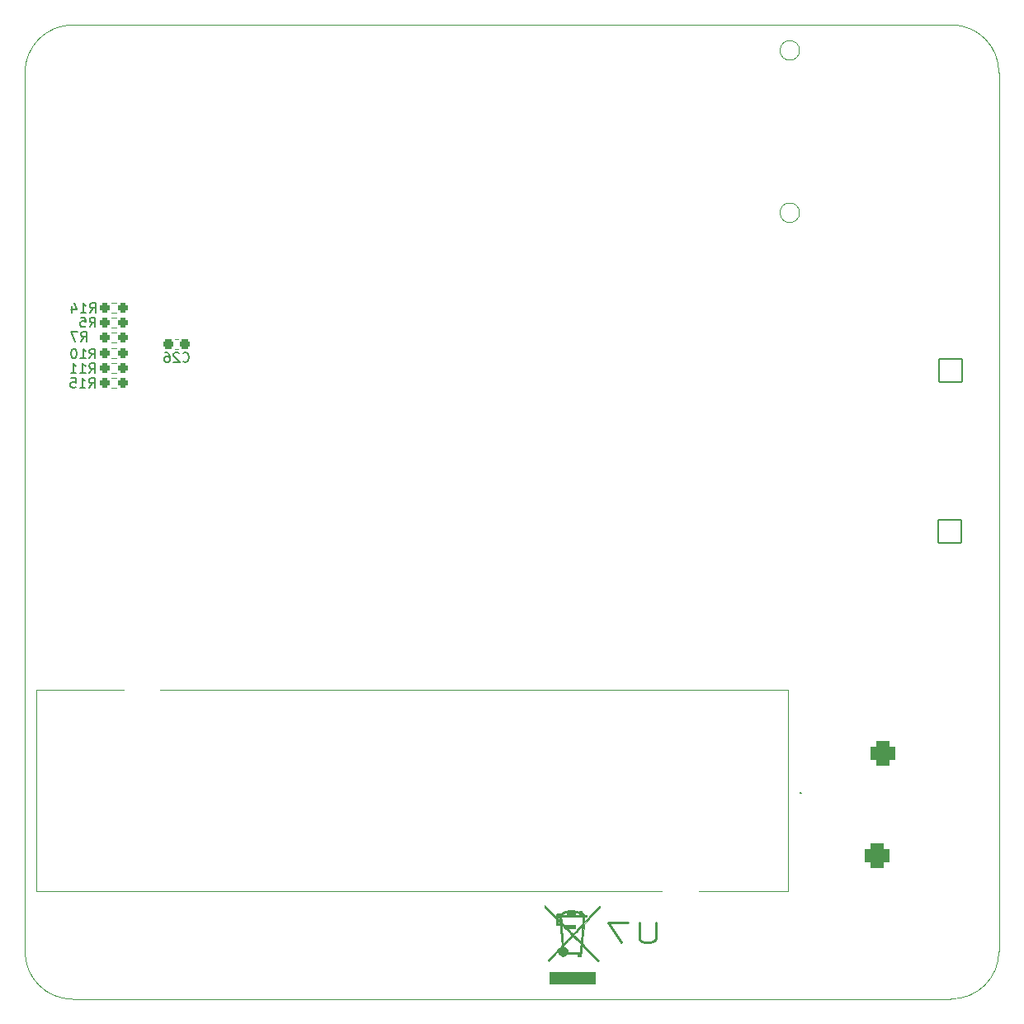
<source format=gbr>
%TF.GenerationSoftware,KiCad,Pcbnew,(6.0.5)*%
%TF.CreationDate,2022-06-30T10:31:42+03:00*%
%TF.ProjectId,test_project_01,74657374-5f70-4726-9f6a-6563745f3031,rev?*%
%TF.SameCoordinates,Original*%
%TF.FileFunction,Legend,Bot*%
%TF.FilePolarity,Positive*%
%FSLAX46Y46*%
G04 Gerber Fmt 4.6, Leading zero omitted, Abs format (unit mm)*
G04 Created by KiCad (PCBNEW (6.0.5)) date 2022-06-30 10:31:42*
%MOMM*%
%LPD*%
G01*
G04 APERTURE LIST*
G04 Aperture macros list*
%AMRoundRect*
0 Rectangle with rounded corners*
0 $1 Rounding radius*
0 $2 $3 $4 $5 $6 $7 $8 $9 X,Y pos of 4 corners*
0 Add a 4 corners polygon primitive as box body*
4,1,4,$2,$3,$4,$5,$6,$7,$8,$9,$2,$3,0*
0 Add four circle primitives for the rounded corners*
1,1,$1+$1,$2,$3*
1,1,$1+$1,$4,$5*
1,1,$1+$1,$6,$7*
1,1,$1+$1,$8,$9*
0 Add four rect primitives between the rounded corners*
20,1,$1+$1,$2,$3,$4,$5,0*
20,1,$1+$1,$4,$5,$6,$7,0*
20,1,$1+$1,$6,$7,$8,$9,0*
20,1,$1+$1,$8,$9,$2,$3,0*%
G04 Aperture macros list end*
%TA.AperFunction,Profile*%
%ADD10C,0.100000*%
%TD*%
%ADD11C,0.254000*%
%ADD12C,0.150000*%
%TA.AperFunction,Profile*%
%ADD13C,0.120000*%
%TD*%
%ADD14C,0.010000*%
%ADD15C,0.100000*%
%ADD16C,0.200000*%
%ADD17C,0.120000*%
%ADD18R,2.000000X5.500000*%
%ADD19R,5.000000X1.800000*%
%ADD20C,1.440000*%
%ADD21R,1.700000X1.700000*%
%ADD22O,1.700000X1.700000*%
%ADD23C,1.300000*%
%ADD24C,1.710000*%
%ADD25C,3.810000*%
%ADD26C,2.700000*%
%ADD27C,1.524000*%
%ADD28R,1.500000X1.600000*%
%ADD29C,1.600000*%
%ADD30C,3.000000*%
%ADD31RoundRect,0.650000X0.650000X-0.650000X0.650000X0.650000X-0.650000X0.650000X-0.650000X-0.650000X0*%
%ADD32C,2.600000*%
%ADD33RoundRect,0.101600X-1.206500X1.206500X-1.206500X-1.206500X1.206500X-1.206500X1.206500X1.206500X0*%
%ADD34C,2.616200*%
%ADD35C,3.200000*%
%ADD36C,2.800000*%
%ADD37C,1.500000*%
%ADD38R,1.800000X4.400000*%
%ADD39O,1.800000X4.000000*%
%ADD40O,4.000000X1.800000*%
%ADD41R,2.400000X2.400000*%
%ADD42O,2.400000X2.400000*%
%ADD43C,0.900000*%
%ADD44R,1.600000X1.600000*%
%ADD45C,1.530000*%
%ADD46C,3.600000*%
%ADD47R,1.950000X1.950000*%
%ADD48C,1.950000*%
%ADD49C,2.400000*%
%ADD50C,1.980000*%
%ADD51C,5.325000*%
%ADD52C,3.585000*%
%ADD53RoundRect,0.237500X0.250000X0.237500X-0.250000X0.237500X-0.250000X-0.237500X0.250000X-0.237500X0*%
%ADD54RoundRect,0.237500X-0.300000X-0.237500X0.300000X-0.237500X0.300000X0.237500X-0.300000X0.237500X0*%
G04 APERTURE END LIST*
D10*
X54944997Y-50017243D02*
X145105552Y-50016884D01*
X50038000Y-145054603D02*
X50016884Y-54944848D01*
X145034000Y-149961600D02*
X54894048Y-149982716D01*
X149961600Y-145105552D02*
X149961600Y-54944997D01*
X145034000Y-149961600D02*
G75*
G03*
X149961600Y-145105552I70785J4856299D01*
G01*
X50037998Y-145054603D02*
G75*
G03*
X54894048Y-149982716I4856297J-71293D01*
G01*
X54944997Y-50017243D02*
G75*
G03*
X50016884Y-54944848I-254J-4927859D01*
G01*
X149961599Y-54944997D02*
G75*
G03*
X145105552Y-50016884I-4856299J71291D01*
G01*
D11*
%TO.C,U7*%
X114756914Y-142160761D02*
X114756914Y-143779809D01*
X114614057Y-143970285D01*
X114471200Y-144065523D01*
X114185485Y-144160761D01*
X113614057Y-144160761D01*
X113328342Y-144065523D01*
X113185485Y-143970285D01*
X113042628Y-143779809D01*
X113042628Y-142160761D01*
X111899771Y-142160761D02*
X109899771Y-142160761D01*
X111185485Y-144160761D01*
D12*
%TO.C,R11*%
X56624457Y-85745580D02*
X56957790Y-85269390D01*
X57195885Y-85745580D02*
X57195885Y-84745580D01*
X56814933Y-84745580D01*
X56719695Y-84793200D01*
X56672076Y-84840819D01*
X56624457Y-84936057D01*
X56624457Y-85078914D01*
X56672076Y-85174152D01*
X56719695Y-85221771D01*
X56814933Y-85269390D01*
X57195885Y-85269390D01*
X55672076Y-85745580D02*
X56243504Y-85745580D01*
X55957790Y-85745580D02*
X55957790Y-84745580D01*
X56053028Y-84888438D01*
X56148266Y-84983676D01*
X56243504Y-85031295D01*
X54719695Y-85745580D02*
X55291123Y-85745580D01*
X55005409Y-85745580D02*
X55005409Y-84745580D01*
X55100647Y-84888438D01*
X55195885Y-84983676D01*
X55291123Y-85031295D01*
%TO.C,R10*%
X56649857Y-84246980D02*
X56983190Y-83770790D01*
X57221285Y-84246980D02*
X57221285Y-83246980D01*
X56840333Y-83246980D01*
X56745095Y-83294600D01*
X56697476Y-83342219D01*
X56649857Y-83437457D01*
X56649857Y-83580314D01*
X56697476Y-83675552D01*
X56745095Y-83723171D01*
X56840333Y-83770790D01*
X57221285Y-83770790D01*
X55697476Y-84246980D02*
X56268904Y-84246980D01*
X55983190Y-84246980D02*
X55983190Y-83246980D01*
X56078428Y-83389838D01*
X56173666Y-83485076D01*
X56268904Y-83532695D01*
X55078428Y-83246980D02*
X54983190Y-83246980D01*
X54887952Y-83294600D01*
X54840333Y-83342219D01*
X54792714Y-83437457D01*
X54745095Y-83627933D01*
X54745095Y-83866028D01*
X54792714Y-84056504D01*
X54840333Y-84151742D01*
X54887952Y-84199361D01*
X54983190Y-84246980D01*
X55078428Y-84246980D01*
X55173666Y-84199361D01*
X55221285Y-84151742D01*
X55268904Y-84056504D01*
X55316523Y-83866028D01*
X55316523Y-83627933D01*
X55268904Y-83437457D01*
X55221285Y-83342219D01*
X55173666Y-83294600D01*
X55078428Y-83246980D01*
%TO.C,R5*%
X56656266Y-81021180D02*
X56989600Y-80544990D01*
X57227695Y-81021180D02*
X57227695Y-80021180D01*
X56846742Y-80021180D01*
X56751504Y-80068800D01*
X56703885Y-80116419D01*
X56656266Y-80211657D01*
X56656266Y-80354514D01*
X56703885Y-80449752D01*
X56751504Y-80497371D01*
X56846742Y-80544990D01*
X57227695Y-80544990D01*
X55751504Y-80021180D02*
X56227695Y-80021180D01*
X56275314Y-80497371D01*
X56227695Y-80449752D01*
X56132457Y-80402133D01*
X55894361Y-80402133D01*
X55799123Y-80449752D01*
X55751504Y-80497371D01*
X55703885Y-80592609D01*
X55703885Y-80830704D01*
X55751504Y-80925942D01*
X55799123Y-80973561D01*
X55894361Y-81021180D01*
X56132457Y-81021180D01*
X56227695Y-80973561D01*
X56275314Y-80925942D01*
%TO.C,R14*%
X56675257Y-79547980D02*
X57008590Y-79071790D01*
X57246685Y-79547980D02*
X57246685Y-78547980D01*
X56865733Y-78547980D01*
X56770495Y-78595600D01*
X56722876Y-78643219D01*
X56675257Y-78738457D01*
X56675257Y-78881314D01*
X56722876Y-78976552D01*
X56770495Y-79024171D01*
X56865733Y-79071790D01*
X57246685Y-79071790D01*
X55722876Y-79547980D02*
X56294304Y-79547980D01*
X56008590Y-79547980D02*
X56008590Y-78547980D01*
X56103828Y-78690838D01*
X56199066Y-78786076D01*
X56294304Y-78833695D01*
X54865733Y-78881314D02*
X54865733Y-79547980D01*
X55103828Y-78500361D02*
X55341923Y-79214647D01*
X54722876Y-79214647D01*
%TO.C,R15*%
X56599057Y-87244180D02*
X56932390Y-86767990D01*
X57170485Y-87244180D02*
X57170485Y-86244180D01*
X56789533Y-86244180D01*
X56694295Y-86291800D01*
X56646676Y-86339419D01*
X56599057Y-86434657D01*
X56599057Y-86577514D01*
X56646676Y-86672752D01*
X56694295Y-86720371D01*
X56789533Y-86767990D01*
X57170485Y-86767990D01*
X55646676Y-87244180D02*
X56218104Y-87244180D01*
X55932390Y-87244180D02*
X55932390Y-86244180D01*
X56027628Y-86387038D01*
X56122866Y-86482276D01*
X56218104Y-86529895D01*
X54741914Y-86244180D02*
X55218104Y-86244180D01*
X55265723Y-86720371D01*
X55218104Y-86672752D01*
X55122866Y-86625133D01*
X54884771Y-86625133D01*
X54789533Y-86672752D01*
X54741914Y-86720371D01*
X54694295Y-86815609D01*
X54694295Y-87053704D01*
X54741914Y-87148942D01*
X54789533Y-87196561D01*
X54884771Y-87244180D01*
X55122866Y-87244180D01*
X55218104Y-87196561D01*
X55265723Y-87148942D01*
%TO.C,R7*%
X55767266Y-82519780D02*
X56100600Y-82043590D01*
X56338695Y-82519780D02*
X56338695Y-81519780D01*
X55957742Y-81519780D01*
X55862504Y-81567400D01*
X55814885Y-81615019D01*
X55767266Y-81710257D01*
X55767266Y-81853114D01*
X55814885Y-81948352D01*
X55862504Y-81995971D01*
X55957742Y-82043590D01*
X56338695Y-82043590D01*
X55433933Y-81519780D02*
X54767266Y-81519780D01*
X55195838Y-82519780D01*
%TO.C,C26*%
X66225657Y-84540342D02*
X66273276Y-84587961D01*
X66416133Y-84635580D01*
X66511371Y-84635580D01*
X66654228Y-84587961D01*
X66749466Y-84492723D01*
X66797085Y-84397485D01*
X66844704Y-84207009D01*
X66844704Y-84064152D01*
X66797085Y-83873676D01*
X66749466Y-83778438D01*
X66654228Y-83683200D01*
X66511371Y-83635580D01*
X66416133Y-83635580D01*
X66273276Y-83683200D01*
X66225657Y-83730819D01*
X65844704Y-83730819D02*
X65797085Y-83683200D01*
X65701847Y-83635580D01*
X65463752Y-83635580D01*
X65368514Y-83683200D01*
X65320895Y-83730819D01*
X65273276Y-83826057D01*
X65273276Y-83921295D01*
X65320895Y-84064152D01*
X65892323Y-84635580D01*
X65273276Y-84635580D01*
X64416133Y-83635580D02*
X64606609Y-83635580D01*
X64701847Y-83683200D01*
X64749466Y-83730819D01*
X64844704Y-83873676D01*
X64892323Y-84064152D01*
X64892323Y-84445104D01*
X64844704Y-84540342D01*
X64797085Y-84587961D01*
X64701847Y-84635580D01*
X64511371Y-84635580D01*
X64416133Y-84587961D01*
X64368514Y-84540342D01*
X64320895Y-84445104D01*
X64320895Y-84207009D01*
X64368514Y-84111771D01*
X64416133Y-84064152D01*
X64511371Y-84016533D01*
X64701847Y-84016533D01*
X64797085Y-84064152D01*
X64844704Y-84111771D01*
X64892323Y-84207009D01*
D13*
%TO.C,J4*%
X129501800Y-69291200D02*
G75*
G03*
X129501800Y-69291200I-1000000J0D01*
G01*
X129501800Y-52639200D02*
G75*
G03*
X129501800Y-52639200I-1000000J0D01*
G01*
%TO.C,FID5*%
G36*
X107516445Y-141397683D02*
G01*
X107569141Y-141399126D01*
X107659237Y-141399126D01*
X107659237Y-141549521D01*
X107447228Y-141549521D01*
X107427433Y-141785783D01*
X107424775Y-141818083D01*
X107418583Y-141898940D01*
X107414208Y-141964735D01*
X107412030Y-142009391D01*
X107412426Y-142026833D01*
X107418185Y-142021819D01*
X107444462Y-141995683D01*
X107489888Y-141949358D01*
X107552166Y-141885247D01*
X107628997Y-141805750D01*
X107718080Y-141713269D01*
X107817119Y-141610206D01*
X107923814Y-141498962D01*
X108035865Y-141381938D01*
X108150975Y-141261536D01*
X108266844Y-141140158D01*
X108381174Y-141020204D01*
X108491666Y-140904076D01*
X108596021Y-140794175D01*
X108691940Y-140692904D01*
X108777124Y-140602663D01*
X108849275Y-140525853D01*
X108978194Y-140388139D01*
X108978781Y-140505452D01*
X108979368Y-140622764D01*
X108181286Y-141462085D01*
X107383204Y-142301407D01*
X107367250Y-142492706D01*
X107303419Y-143258128D01*
X107292138Y-143393887D01*
X107278140Y-143563754D01*
X107265220Y-143722105D01*
X107253627Y-143865828D01*
X107243607Y-143991810D01*
X107235407Y-144096938D01*
X107229274Y-144178101D01*
X107225456Y-144232186D01*
X107224199Y-144256080D01*
X107227517Y-144267029D01*
X107242429Y-144290671D01*
X107270709Y-144326303D01*
X107284358Y-144341877D01*
X107313864Y-144375548D01*
X107373399Y-144440028D01*
X107450820Y-144521368D01*
X107547632Y-144621191D01*
X107665342Y-144741120D01*
X107805454Y-144882779D01*
X107897628Y-144975736D01*
X108026119Y-145105395D01*
X108154159Y-145234679D01*
X108277900Y-145359697D01*
X108393492Y-145476559D01*
X108497085Y-145581374D01*
X108584831Y-145670252D01*
X108652881Y-145739302D01*
X108919617Y-146010357D01*
X108871169Y-146060926D01*
X108859743Y-146072319D01*
X108826035Y-146100297D01*
X108802910Y-146111495D01*
X108784805Y-146101935D01*
X108751145Y-146073249D01*
X108710792Y-146032120D01*
X108686230Y-146006142D01*
X108640423Y-145958704D01*
X108575683Y-145892166D01*
X108494295Y-145808863D01*
X108398545Y-145711128D01*
X108290721Y-145601295D01*
X108173108Y-145481696D01*
X108047992Y-145354666D01*
X107917659Y-145222538D01*
X107196831Y-144492332D01*
X107167469Y-144871617D01*
X107161068Y-144952572D01*
X107151721Y-145061393D01*
X107143290Y-145143817D01*
X107135151Y-145204175D01*
X107126679Y-145246800D01*
X107117250Y-145276024D01*
X107106237Y-145296180D01*
X107090825Y-145324350D01*
X107078143Y-145376139D01*
X107074368Y-145450752D01*
X107074368Y-145560047D01*
X106773579Y-145560047D01*
X106773579Y-145326100D01*
X105649832Y-145326100D01*
X105584875Y-145399895D01*
X105567110Y-145419111D01*
X105470831Y-145496312D01*
X105362049Y-145543839D01*
X105244262Y-145560047D01*
X105140327Y-145551454D01*
X105022770Y-145515228D01*
X104922134Y-145450482D01*
X104902520Y-145431978D01*
X104853503Y-145372075D01*
X104810497Y-145302293D01*
X104779658Y-145233509D01*
X104767141Y-145176602D01*
X104766899Y-145168341D01*
X104765099Y-145138071D01*
X104760392Y-145117163D01*
X104750544Y-145107269D01*
X104733323Y-145110044D01*
X104706494Y-145127140D01*
X104667824Y-145160210D01*
X104615080Y-145210907D01*
X104546028Y-145280885D01*
X104458434Y-145371797D01*
X104350065Y-145485295D01*
X104292342Y-145545880D01*
X104195855Y-145647318D01*
X104104568Y-145743489D01*
X104022059Y-145830613D01*
X103951906Y-145904911D01*
X103897685Y-145962603D01*
X103862974Y-145999910D01*
X103768092Y-146103139D01*
X103709449Y-146044652D01*
X103650805Y-145986166D01*
X104376179Y-145225837D01*
X104421916Y-145177863D01*
X104584633Y-145006540D01*
X104724313Y-144858338D01*
X104841373Y-144732798D01*
X104936233Y-144629461D01*
X105003309Y-144554567D01*
X105277947Y-144554567D01*
X105280106Y-144572189D01*
X105280483Y-144574030D01*
X105298480Y-144615771D01*
X105334428Y-144635220D01*
X105445237Y-144676683D01*
X105543963Y-144745756D01*
X105621611Y-144837124D01*
X105674828Y-144946795D01*
X105700258Y-145070773D01*
X105708681Y-145175705D01*
X106970482Y-145175705D01*
X106979280Y-145138106D01*
X106980836Y-145128879D01*
X106985672Y-145087618D01*
X106992271Y-145020904D01*
X107000142Y-144934053D01*
X107008797Y-144832377D01*
X107017743Y-144721192D01*
X107047409Y-144341877D01*
X106647532Y-143935798D01*
X106574187Y-143861561D01*
X106484447Y-143771437D01*
X106403940Y-143691375D01*
X106335488Y-143624142D01*
X106281917Y-143572510D01*
X106246052Y-143539246D01*
X106230715Y-143527121D01*
X106220431Y-143532914D01*
X106189801Y-143559275D01*
X106143705Y-143603309D01*
X106086265Y-143661044D01*
X106021605Y-143728511D01*
X106004738Y-143746404D01*
X105929107Y-143826439D01*
X105838984Y-143921577D01*
X105741155Y-144024667D01*
X105642405Y-144128556D01*
X105549520Y-144226093D01*
X105543940Y-144231946D01*
X105457584Y-144322814D01*
X105391690Y-144393177D01*
X105343651Y-144446383D01*
X105310863Y-144485777D01*
X105290720Y-144514708D01*
X105280616Y-144536522D01*
X105277947Y-144554567D01*
X105003309Y-144554567D01*
X105009311Y-144547866D01*
X105061026Y-144487555D01*
X105091796Y-144448066D01*
X105102040Y-144428942D01*
X105102041Y-144428829D01*
X105100636Y-144404994D01*
X105096531Y-144351567D01*
X105090048Y-144272184D01*
X105081508Y-144170480D01*
X105071233Y-144050093D01*
X105059544Y-143914657D01*
X105046763Y-143767811D01*
X105033212Y-143613190D01*
X105019212Y-143454430D01*
X105005085Y-143295168D01*
X104991153Y-143139041D01*
X104977736Y-142989683D01*
X104965157Y-142850733D01*
X104953738Y-142725826D01*
X104943799Y-142618598D01*
X104935662Y-142532687D01*
X104929650Y-142471727D01*
X104926083Y-142439356D01*
X104918891Y-142385138D01*
X105090573Y-142385138D01*
X105092772Y-142426230D01*
X105097611Y-142495335D01*
X105104848Y-142589470D01*
X105114241Y-142705653D01*
X105125547Y-142840899D01*
X105138523Y-142992227D01*
X105152929Y-143156654D01*
X105168521Y-143331197D01*
X105180710Y-143465806D01*
X105195976Y-143632745D01*
X105210269Y-143787218D01*
X105223305Y-143926249D01*
X105234800Y-144046864D01*
X105244470Y-144146089D01*
X105252030Y-144220948D01*
X105257197Y-144268467D01*
X105259686Y-144285672D01*
X105267236Y-144280342D01*
X105294922Y-144254178D01*
X105339909Y-144209237D01*
X105399100Y-144148791D01*
X105469399Y-144076109D01*
X105547708Y-143994464D01*
X105630930Y-143907126D01*
X105715969Y-143817367D01*
X105799727Y-143728458D01*
X105879107Y-143643670D01*
X105951013Y-143566273D01*
X106012347Y-143499541D01*
X106060013Y-143446742D01*
X106090913Y-143411150D01*
X106099941Y-143398786D01*
X106341574Y-143398786D01*
X106707971Y-143764899D01*
X106797569Y-143854279D01*
X106882013Y-143937920D01*
X106947427Y-144001627D01*
X106996208Y-144047468D01*
X107030753Y-144077509D01*
X107053459Y-144093818D01*
X107066722Y-144098462D01*
X107072940Y-144093508D01*
X107074509Y-144081023D01*
X107075515Y-144060963D01*
X107079140Y-144009312D01*
X107085130Y-143930920D01*
X107093198Y-143829359D01*
X107103055Y-143708202D01*
X107114413Y-143571021D01*
X107126984Y-143421387D01*
X107140480Y-143262871D01*
X107152395Y-143123163D01*
X107164811Y-142976014D01*
X107175943Y-142842405D01*
X107185526Y-142725628D01*
X107193290Y-142628978D01*
X107198969Y-142555745D01*
X107202297Y-142509224D01*
X107203004Y-142492706D01*
X107202444Y-142493016D01*
X107186663Y-142508223D01*
X107151606Y-142543903D01*
X107100363Y-142596820D01*
X107036019Y-142663739D01*
X106961664Y-142741423D01*
X106880385Y-142826636D01*
X106795270Y-142916141D01*
X106709406Y-143006702D01*
X106625881Y-143095083D01*
X106547784Y-143178048D01*
X106478202Y-143252360D01*
X106344141Y-143396034D01*
X106341574Y-143398786D01*
X106099941Y-143398786D01*
X106101951Y-143396034D01*
X106091131Y-143381385D01*
X106059674Y-143346322D01*
X106010503Y-143293865D01*
X105946544Y-143226972D01*
X105870723Y-143148599D01*
X105785967Y-143061703D01*
X105695202Y-142969241D01*
X105601356Y-142874169D01*
X105507354Y-142779445D01*
X105416124Y-142688024D01*
X105330591Y-142602865D01*
X105253683Y-142526923D01*
X105188326Y-142463156D01*
X105137446Y-142414520D01*
X105103970Y-142383972D01*
X105090824Y-142374468D01*
X105090573Y-142385138D01*
X104918891Y-142385138D01*
X104916663Y-142368337D01*
X104551079Y-142368337D01*
X104550870Y-142234652D01*
X104684763Y-142234652D01*
X104793382Y-142234652D01*
X104803045Y-142234644D01*
X104857604Y-142233480D01*
X104887276Y-142228502D01*
X104899571Y-142217077D01*
X104902000Y-142196571D01*
X104891301Y-142166429D01*
X104854654Y-142116287D01*
X104793382Y-142050837D01*
X104684763Y-141943184D01*
X104684763Y-142234652D01*
X104550870Y-142234652D01*
X104550641Y-142088435D01*
X104550204Y-141808534D01*
X103949885Y-141198600D01*
X103349567Y-140588666D01*
X103348744Y-140472937D01*
X103347921Y-140357210D01*
X104067969Y-141087049D01*
X104137564Y-141157544D01*
X104281975Y-141303428D01*
X104405442Y-141427475D01*
X104509560Y-141531211D01*
X104595925Y-141616162D01*
X104666132Y-141683856D01*
X104721776Y-141735819D01*
X104764452Y-141773577D01*
X104795756Y-141798657D01*
X104817282Y-141812586D01*
X104830625Y-141816889D01*
X104853125Y-141815586D01*
X104865756Y-141806068D01*
X104867934Y-141780027D01*
X104862697Y-141729159D01*
X104859086Y-141697133D01*
X104854061Y-141643602D01*
X104852037Y-141608008D01*
X104851045Y-141595738D01*
X104841386Y-141582596D01*
X104814703Y-141578241D01*
X104762902Y-141580142D01*
X104749676Y-141580887D01*
X104696733Y-141580047D01*
X104659073Y-141568413D01*
X104632529Y-141549521D01*
X105008974Y-141549521D01*
X105014504Y-141612185D01*
X105017058Y-141640617D01*
X105025018Y-141718242D01*
X105032861Y-141769369D01*
X105042031Y-141799311D01*
X105053973Y-141813380D01*
X105070129Y-141816889D01*
X105084656Y-141819279D01*
X105094289Y-141830698D01*
X105099672Y-141857245D01*
X105102015Y-141905014D01*
X105102526Y-141980102D01*
X105102526Y-142143315D01*
X105155948Y-142196571D01*
X105286342Y-142326560D01*
X105470158Y-142509806D01*
X105470158Y-142368337D01*
X106472790Y-142368337D01*
X106472790Y-142685837D01*
X105650827Y-142685837D01*
X105929589Y-142974093D01*
X105982984Y-143029148D01*
X106056817Y-143104720D01*
X106120929Y-143169682D01*
X106171961Y-143220660D01*
X106206557Y-143254281D01*
X106221357Y-143267174D01*
X106226983Y-143263618D01*
X106253363Y-143239718D01*
X106298849Y-143195462D01*
X106361012Y-143133308D01*
X106437422Y-143055715D01*
X106525649Y-142965140D01*
X106623262Y-142864041D01*
X106727833Y-142754875D01*
X106832940Y-142644564D01*
X106935974Y-142535846D01*
X107019530Y-142446736D01*
X107085654Y-142374871D01*
X107136387Y-142317889D01*
X107173775Y-142273428D01*
X107199860Y-142239125D01*
X107216687Y-142212617D01*
X107226298Y-142191542D01*
X107230739Y-142173539D01*
X107231916Y-142164769D01*
X107237136Y-142116447D01*
X107243742Y-142045307D01*
X107251008Y-141959461D01*
X107258207Y-141867021D01*
X107260648Y-141834825D01*
X107267701Y-141747836D01*
X107274425Y-141672803D01*
X107280160Y-141616855D01*
X107284240Y-141587120D01*
X107292242Y-141549521D01*
X105008974Y-141549521D01*
X104632529Y-141549521D01*
X104621956Y-141541996D01*
X104615563Y-141536435D01*
X104563285Y-141469087D01*
X104542581Y-141399126D01*
X104995481Y-141399126D01*
X106875306Y-141399126D01*
X107157921Y-141399126D01*
X107233706Y-141399126D01*
X107256412Y-141398966D01*
X107290054Y-141396042D01*
X107299766Y-141386570D01*
X107292227Y-141366867D01*
X107289999Y-141363111D01*
X107264990Y-141334223D01*
X107228757Y-141302163D01*
X107192613Y-141276160D01*
X107167874Y-141265442D01*
X107165650Y-141267136D01*
X107160131Y-141290410D01*
X107157921Y-141332284D01*
X107157921Y-141399126D01*
X106875306Y-141399126D01*
X106870397Y-141278607D01*
X106865487Y-141158088D01*
X106765224Y-141137948D01*
X106714943Y-141128814D01*
X106630975Y-141116025D01*
X106552165Y-141106376D01*
X106439368Y-141094945D01*
X106439368Y-141232021D01*
X105670684Y-141232021D01*
X105670684Y-141111196D01*
X105574599Y-141122665D01*
X105427787Y-141147246D01*
X105280032Y-141191689D01*
X105157814Y-141253662D01*
X105059062Y-141334013D01*
X104995481Y-141399126D01*
X104542581Y-141399126D01*
X104540281Y-141391354D01*
X104547328Y-141309811D01*
X104585203Y-141231034D01*
X104588868Y-141226129D01*
X104639486Y-141183927D01*
X104705474Y-141158965D01*
X104776607Y-141152325D01*
X104842664Y-141165092D01*
X104893419Y-141198350D01*
X104910604Y-141215329D01*
X104927345Y-141219444D01*
X104951318Y-141206715D01*
X104991799Y-141174932D01*
X105004219Y-141165164D01*
X105100111Y-141103511D01*
X105213715Y-141048684D01*
X105306630Y-141014784D01*
X105804368Y-141014784D01*
X105804368Y-141098337D01*
X106305684Y-141098337D01*
X106305684Y-141014784D01*
X105804368Y-141014784D01*
X105306630Y-141014784D01*
X105334453Y-141004633D01*
X105451746Y-140975306D01*
X105555017Y-140964652D01*
X105565988Y-140964568D01*
X105626970Y-140958631D01*
X105660460Y-140941985D01*
X105670684Y-140912733D01*
X105671885Y-140903517D01*
X105678449Y-140895591D01*
X105694391Y-140889789D01*
X105723719Y-140885781D01*
X105770440Y-140883239D01*
X105838559Y-140881830D01*
X105932086Y-140881228D01*
X106055026Y-140881100D01*
X106170219Y-140881325D01*
X106268126Y-140882235D01*
X106339800Y-140884069D01*
X106389001Y-140887066D01*
X106419490Y-140891463D01*
X106435025Y-140897498D01*
X106439368Y-140905408D01*
X106453653Y-140924832D01*
X106493678Y-140937227D01*
X106508997Y-140939396D01*
X106561230Y-140947030D01*
X106630737Y-140957378D01*
X106706737Y-140968840D01*
X106748651Y-140974675D01*
X106809992Y-140980994D01*
X106853273Y-140982518D01*
X106871057Y-140978797D01*
X106874094Y-140976373D01*
X106902130Y-140970385D01*
X106952564Y-140966217D01*
X107017274Y-140964652D01*
X107157921Y-140964652D01*
X107157937Y-141014784D01*
X107157938Y-141018962D01*
X107158595Y-141036172D01*
X107167141Y-141065067D01*
X107191466Y-141089572D01*
X107238918Y-141118743D01*
X107280573Y-141145393D01*
X107343989Y-141196560D01*
X107401460Y-141254000D01*
X107445422Y-141309879D01*
X107468311Y-141356362D01*
X107473919Y-141374274D01*
X107484309Y-141386570D01*
X107487812Y-141390716D01*
X107516445Y-141397683D01*
G37*
D14*
X107516445Y-141397683D02*
X107569141Y-141399126D01*
X107659237Y-141399126D01*
X107659237Y-141549521D01*
X107447228Y-141549521D01*
X107427433Y-141785783D01*
X107424775Y-141818083D01*
X107418583Y-141898940D01*
X107414208Y-141964735D01*
X107412030Y-142009391D01*
X107412426Y-142026833D01*
X107418185Y-142021819D01*
X107444462Y-141995683D01*
X107489888Y-141949358D01*
X107552166Y-141885247D01*
X107628997Y-141805750D01*
X107718080Y-141713269D01*
X107817119Y-141610206D01*
X107923814Y-141498962D01*
X108035865Y-141381938D01*
X108150975Y-141261536D01*
X108266844Y-141140158D01*
X108381174Y-141020204D01*
X108491666Y-140904076D01*
X108596021Y-140794175D01*
X108691940Y-140692904D01*
X108777124Y-140602663D01*
X108849275Y-140525853D01*
X108978194Y-140388139D01*
X108978781Y-140505452D01*
X108979368Y-140622764D01*
X108181286Y-141462085D01*
X107383204Y-142301407D01*
X107367250Y-142492706D01*
X107303419Y-143258128D01*
X107292138Y-143393887D01*
X107278140Y-143563754D01*
X107265220Y-143722105D01*
X107253627Y-143865828D01*
X107243607Y-143991810D01*
X107235407Y-144096938D01*
X107229274Y-144178101D01*
X107225456Y-144232186D01*
X107224199Y-144256080D01*
X107227517Y-144267029D01*
X107242429Y-144290671D01*
X107270709Y-144326303D01*
X107284358Y-144341877D01*
X107313864Y-144375548D01*
X107373399Y-144440028D01*
X107450820Y-144521368D01*
X107547632Y-144621191D01*
X107665342Y-144741120D01*
X107805454Y-144882779D01*
X107897628Y-144975736D01*
X108026119Y-145105395D01*
X108154159Y-145234679D01*
X108277900Y-145359697D01*
X108393492Y-145476559D01*
X108497085Y-145581374D01*
X108584831Y-145670252D01*
X108652881Y-145739302D01*
X108919617Y-146010357D01*
X108871169Y-146060926D01*
X108859743Y-146072319D01*
X108826035Y-146100297D01*
X108802910Y-146111495D01*
X108784805Y-146101935D01*
X108751145Y-146073249D01*
X108710792Y-146032120D01*
X108686230Y-146006142D01*
X108640423Y-145958704D01*
X108575683Y-145892166D01*
X108494295Y-145808863D01*
X108398545Y-145711128D01*
X108290721Y-145601295D01*
X108173108Y-145481696D01*
X108047992Y-145354666D01*
X107917659Y-145222538D01*
X107196831Y-144492332D01*
X107167469Y-144871617D01*
X107161068Y-144952572D01*
X107151721Y-145061393D01*
X107143290Y-145143817D01*
X107135151Y-145204175D01*
X107126679Y-145246800D01*
X107117250Y-145276024D01*
X107106237Y-145296180D01*
X107090825Y-145324350D01*
X107078143Y-145376139D01*
X107074368Y-145450752D01*
X107074368Y-145560047D01*
X106773579Y-145560047D01*
X106773579Y-145326100D01*
X105649832Y-145326100D01*
X105584875Y-145399895D01*
X105567110Y-145419111D01*
X105470831Y-145496312D01*
X105362049Y-145543839D01*
X105244262Y-145560047D01*
X105140327Y-145551454D01*
X105022770Y-145515228D01*
X104922134Y-145450482D01*
X104902520Y-145431978D01*
X104853503Y-145372075D01*
X104810497Y-145302293D01*
X104779658Y-145233509D01*
X104767141Y-145176602D01*
X104766899Y-145168341D01*
X104765099Y-145138071D01*
X104760392Y-145117163D01*
X104750544Y-145107269D01*
X104733323Y-145110044D01*
X104706494Y-145127140D01*
X104667824Y-145160210D01*
X104615080Y-145210907D01*
X104546028Y-145280885D01*
X104458434Y-145371797D01*
X104350065Y-145485295D01*
X104292342Y-145545880D01*
X104195855Y-145647318D01*
X104104568Y-145743489D01*
X104022059Y-145830613D01*
X103951906Y-145904911D01*
X103897685Y-145962603D01*
X103862974Y-145999910D01*
X103768092Y-146103139D01*
X103709449Y-146044652D01*
X103650805Y-145986166D01*
X104376179Y-145225837D01*
X104421916Y-145177863D01*
X104584633Y-145006540D01*
X104724313Y-144858338D01*
X104841373Y-144732798D01*
X104936233Y-144629461D01*
X105003309Y-144554567D01*
X105277947Y-144554567D01*
X105280106Y-144572189D01*
X105280483Y-144574030D01*
X105298480Y-144615771D01*
X105334428Y-144635220D01*
X105445237Y-144676683D01*
X105543963Y-144745756D01*
X105621611Y-144837124D01*
X105674828Y-144946795D01*
X105700258Y-145070773D01*
X105708681Y-145175705D01*
X106970482Y-145175705D01*
X106979280Y-145138106D01*
X106980836Y-145128879D01*
X106985672Y-145087618D01*
X106992271Y-145020904D01*
X107000142Y-144934053D01*
X107008797Y-144832377D01*
X107017743Y-144721192D01*
X107047409Y-144341877D01*
X106647532Y-143935798D01*
X106574187Y-143861561D01*
X106484447Y-143771437D01*
X106403940Y-143691375D01*
X106335488Y-143624142D01*
X106281917Y-143572510D01*
X106246052Y-143539246D01*
X106230715Y-143527121D01*
X106220431Y-143532914D01*
X106189801Y-143559275D01*
X106143705Y-143603309D01*
X106086265Y-143661044D01*
X106021605Y-143728511D01*
X106004738Y-143746404D01*
X105929107Y-143826439D01*
X105838984Y-143921577D01*
X105741155Y-144024667D01*
X105642405Y-144128556D01*
X105549520Y-144226093D01*
X105543940Y-144231946D01*
X105457584Y-144322814D01*
X105391690Y-144393177D01*
X105343651Y-144446383D01*
X105310863Y-144485777D01*
X105290720Y-144514708D01*
X105280616Y-144536522D01*
X105277947Y-144554567D01*
X105003309Y-144554567D01*
X105009311Y-144547866D01*
X105061026Y-144487555D01*
X105091796Y-144448066D01*
X105102040Y-144428942D01*
X105102041Y-144428829D01*
X105100636Y-144404994D01*
X105096531Y-144351567D01*
X105090048Y-144272184D01*
X105081508Y-144170480D01*
X105071233Y-144050093D01*
X105059544Y-143914657D01*
X105046763Y-143767811D01*
X105033212Y-143613190D01*
X105019212Y-143454430D01*
X105005085Y-143295168D01*
X104991153Y-143139041D01*
X104977736Y-142989683D01*
X104965157Y-142850733D01*
X104953738Y-142725826D01*
X104943799Y-142618598D01*
X104935662Y-142532687D01*
X104929650Y-142471727D01*
X104926083Y-142439356D01*
X104918891Y-142385138D01*
X105090573Y-142385138D01*
X105092772Y-142426230D01*
X105097611Y-142495335D01*
X105104848Y-142589470D01*
X105114241Y-142705653D01*
X105125547Y-142840899D01*
X105138523Y-142992227D01*
X105152929Y-143156654D01*
X105168521Y-143331197D01*
X105180710Y-143465806D01*
X105195976Y-143632745D01*
X105210269Y-143787218D01*
X105223305Y-143926249D01*
X105234800Y-144046864D01*
X105244470Y-144146089D01*
X105252030Y-144220948D01*
X105257197Y-144268467D01*
X105259686Y-144285672D01*
X105267236Y-144280342D01*
X105294922Y-144254178D01*
X105339909Y-144209237D01*
X105399100Y-144148791D01*
X105469399Y-144076109D01*
X105547708Y-143994464D01*
X105630930Y-143907126D01*
X105715969Y-143817367D01*
X105799727Y-143728458D01*
X105879107Y-143643670D01*
X105951013Y-143566273D01*
X106012347Y-143499541D01*
X106060013Y-143446742D01*
X106090913Y-143411150D01*
X106099941Y-143398786D01*
X106341574Y-143398786D01*
X106707971Y-143764899D01*
X106797569Y-143854279D01*
X106882013Y-143937920D01*
X106947427Y-144001627D01*
X106996208Y-144047468D01*
X107030753Y-144077509D01*
X107053459Y-144093818D01*
X107066722Y-144098462D01*
X107072940Y-144093508D01*
X107074509Y-144081023D01*
X107075515Y-144060963D01*
X107079140Y-144009312D01*
X107085130Y-143930920D01*
X107093198Y-143829359D01*
X107103055Y-143708202D01*
X107114413Y-143571021D01*
X107126984Y-143421387D01*
X107140480Y-143262871D01*
X107152395Y-143123163D01*
X107164811Y-142976014D01*
X107175943Y-142842405D01*
X107185526Y-142725628D01*
X107193290Y-142628978D01*
X107198969Y-142555745D01*
X107202297Y-142509224D01*
X107203004Y-142492706D01*
X107202444Y-142493016D01*
X107186663Y-142508223D01*
X107151606Y-142543903D01*
X107100363Y-142596820D01*
X107036019Y-142663739D01*
X106961664Y-142741423D01*
X106880385Y-142826636D01*
X106795270Y-142916141D01*
X106709406Y-143006702D01*
X106625881Y-143095083D01*
X106547784Y-143178048D01*
X106478202Y-143252360D01*
X106344141Y-143396034D01*
X106341574Y-143398786D01*
X106099941Y-143398786D01*
X106101951Y-143396034D01*
X106091131Y-143381385D01*
X106059674Y-143346322D01*
X106010503Y-143293865D01*
X105946544Y-143226972D01*
X105870723Y-143148599D01*
X105785967Y-143061703D01*
X105695202Y-142969241D01*
X105601356Y-142874169D01*
X105507354Y-142779445D01*
X105416124Y-142688024D01*
X105330591Y-142602865D01*
X105253683Y-142526923D01*
X105188326Y-142463156D01*
X105137446Y-142414520D01*
X105103970Y-142383972D01*
X105090824Y-142374468D01*
X105090573Y-142385138D01*
X104918891Y-142385138D01*
X104916663Y-142368337D01*
X104551079Y-142368337D01*
X104550870Y-142234652D01*
X104684763Y-142234652D01*
X104793382Y-142234652D01*
X104803045Y-142234644D01*
X104857604Y-142233480D01*
X104887276Y-142228502D01*
X104899571Y-142217077D01*
X104902000Y-142196571D01*
X104891301Y-142166429D01*
X104854654Y-142116287D01*
X104793382Y-142050837D01*
X104684763Y-141943184D01*
X104684763Y-142234652D01*
X104550870Y-142234652D01*
X104550641Y-142088435D01*
X104550204Y-141808534D01*
X103949885Y-141198600D01*
X103349567Y-140588666D01*
X103348744Y-140472937D01*
X103347921Y-140357210D01*
X104067969Y-141087049D01*
X104137564Y-141157544D01*
X104281975Y-141303428D01*
X104405442Y-141427475D01*
X104509560Y-141531211D01*
X104595925Y-141616162D01*
X104666132Y-141683856D01*
X104721776Y-141735819D01*
X104764452Y-141773577D01*
X104795756Y-141798657D01*
X104817282Y-141812586D01*
X104830625Y-141816889D01*
X104853125Y-141815586D01*
X104865756Y-141806068D01*
X104867934Y-141780027D01*
X104862697Y-141729159D01*
X104859086Y-141697133D01*
X104854061Y-141643602D01*
X104852037Y-141608008D01*
X104851045Y-141595738D01*
X104841386Y-141582596D01*
X104814703Y-141578241D01*
X104762902Y-141580142D01*
X104749676Y-141580887D01*
X104696733Y-141580047D01*
X104659073Y-141568413D01*
X104632529Y-141549521D01*
X105008974Y-141549521D01*
X105014504Y-141612185D01*
X105017058Y-141640617D01*
X105025018Y-141718242D01*
X105032861Y-141769369D01*
X105042031Y-141799311D01*
X105053973Y-141813380D01*
X105070129Y-141816889D01*
X105084656Y-141819279D01*
X105094289Y-141830698D01*
X105099672Y-141857245D01*
X105102015Y-141905014D01*
X105102526Y-141980102D01*
X105102526Y-142143315D01*
X105155948Y-142196571D01*
X105286342Y-142326560D01*
X105470158Y-142509806D01*
X105470158Y-142368337D01*
X106472790Y-142368337D01*
X106472790Y-142685837D01*
X105650827Y-142685837D01*
X105929589Y-142974093D01*
X105982984Y-143029148D01*
X106056817Y-143104720D01*
X106120929Y-143169682D01*
X106171961Y-143220660D01*
X106206557Y-143254281D01*
X106221357Y-143267174D01*
X106226983Y-143263618D01*
X106253363Y-143239718D01*
X106298849Y-143195462D01*
X106361012Y-143133308D01*
X106437422Y-143055715D01*
X106525649Y-142965140D01*
X106623262Y-142864041D01*
X106727833Y-142754875D01*
X106832940Y-142644564D01*
X106935974Y-142535846D01*
X107019530Y-142446736D01*
X107085654Y-142374871D01*
X107136387Y-142317889D01*
X107173775Y-142273428D01*
X107199860Y-142239125D01*
X107216687Y-142212617D01*
X107226298Y-142191542D01*
X107230739Y-142173539D01*
X107231916Y-142164769D01*
X107237136Y-142116447D01*
X107243742Y-142045307D01*
X107251008Y-141959461D01*
X107258207Y-141867021D01*
X107260648Y-141834825D01*
X107267701Y-141747836D01*
X107274425Y-141672803D01*
X107280160Y-141616855D01*
X107284240Y-141587120D01*
X107292242Y-141549521D01*
X105008974Y-141549521D01*
X104632529Y-141549521D01*
X104621956Y-141541996D01*
X104615563Y-141536435D01*
X104563285Y-141469087D01*
X104542581Y-141399126D01*
X104995481Y-141399126D01*
X106875306Y-141399126D01*
X107157921Y-141399126D01*
X107233706Y-141399126D01*
X107256412Y-141398966D01*
X107290054Y-141396042D01*
X107299766Y-141386570D01*
X107292227Y-141366867D01*
X107289999Y-141363111D01*
X107264990Y-141334223D01*
X107228757Y-141302163D01*
X107192613Y-141276160D01*
X107167874Y-141265442D01*
X107165650Y-141267136D01*
X107160131Y-141290410D01*
X107157921Y-141332284D01*
X107157921Y-141399126D01*
X106875306Y-141399126D01*
X106870397Y-141278607D01*
X106865487Y-141158088D01*
X106765224Y-141137948D01*
X106714943Y-141128814D01*
X106630975Y-141116025D01*
X106552165Y-141106376D01*
X106439368Y-141094945D01*
X106439368Y-141232021D01*
X105670684Y-141232021D01*
X105670684Y-141111196D01*
X105574599Y-141122665D01*
X105427787Y-141147246D01*
X105280032Y-141191689D01*
X105157814Y-141253662D01*
X105059062Y-141334013D01*
X104995481Y-141399126D01*
X104542581Y-141399126D01*
X104540281Y-141391354D01*
X104547328Y-141309811D01*
X104585203Y-141231034D01*
X104588868Y-141226129D01*
X104639486Y-141183927D01*
X104705474Y-141158965D01*
X104776607Y-141152325D01*
X104842664Y-141165092D01*
X104893419Y-141198350D01*
X104910604Y-141215329D01*
X104927345Y-141219444D01*
X104951318Y-141206715D01*
X104991799Y-141174932D01*
X105004219Y-141165164D01*
X105100111Y-141103511D01*
X105213715Y-141048684D01*
X105306630Y-141014784D01*
X105804368Y-141014784D01*
X105804368Y-141098337D01*
X106305684Y-141098337D01*
X106305684Y-141014784D01*
X105804368Y-141014784D01*
X105306630Y-141014784D01*
X105334453Y-141004633D01*
X105451746Y-140975306D01*
X105555017Y-140964652D01*
X105565988Y-140964568D01*
X105626970Y-140958631D01*
X105660460Y-140941985D01*
X105670684Y-140912733D01*
X105671885Y-140903517D01*
X105678449Y-140895591D01*
X105694391Y-140889789D01*
X105723719Y-140885781D01*
X105770440Y-140883239D01*
X105838559Y-140881830D01*
X105932086Y-140881228D01*
X106055026Y-140881100D01*
X106170219Y-140881325D01*
X106268126Y-140882235D01*
X106339800Y-140884069D01*
X106389001Y-140887066D01*
X106419490Y-140891463D01*
X106435025Y-140897498D01*
X106439368Y-140905408D01*
X106453653Y-140924832D01*
X106493678Y-140937227D01*
X106508997Y-140939396D01*
X106561230Y-140947030D01*
X106630737Y-140957378D01*
X106706737Y-140968840D01*
X106748651Y-140974675D01*
X106809992Y-140980994D01*
X106853273Y-140982518D01*
X106871057Y-140978797D01*
X106874094Y-140976373D01*
X106902130Y-140970385D01*
X106952564Y-140966217D01*
X107017274Y-140964652D01*
X107157921Y-140964652D01*
X107157937Y-141014784D01*
X107157938Y-141018962D01*
X107158595Y-141036172D01*
X107167141Y-141065067D01*
X107191466Y-141089572D01*
X107238918Y-141118743D01*
X107280573Y-141145393D01*
X107343989Y-141196560D01*
X107401460Y-141254000D01*
X107445422Y-141309879D01*
X107468311Y-141356362D01*
X107473919Y-141374274D01*
X107484309Y-141386570D01*
X107487812Y-141390716D01*
X107516445Y-141397683D01*
G36*
X108528184Y-148384126D02*
G01*
X103849237Y-148384126D01*
X103849237Y-147231100D01*
X108528184Y-147231100D01*
X108528184Y-148384126D01*
G37*
X108528184Y-148384126D02*
X103849237Y-148384126D01*
X103849237Y-147231100D01*
X108528184Y-147231100D01*
X108528184Y-148384126D01*
D15*
%TO.C,U7*%
X51232000Y-118249800D02*
X51232000Y-118249800D01*
X119147000Y-138899800D02*
X119147000Y-138899800D01*
D16*
X129657000Y-128824800D02*
X129657000Y-128824800D01*
D15*
X51232000Y-138899800D02*
X51232000Y-138899800D01*
X128282000Y-118249800D02*
X63897000Y-118249800D01*
D16*
X129557000Y-128824800D02*
X129557000Y-128824800D01*
D15*
X119147000Y-138899800D02*
X128282000Y-138899800D01*
X63897000Y-118249800D02*
X128282000Y-118249800D01*
X60147000Y-118249800D02*
X51232000Y-118249800D01*
X51232000Y-138899800D02*
X51232000Y-118249800D01*
X51232000Y-118249800D02*
X51232000Y-138899800D01*
X51232000Y-118249800D02*
X51232000Y-118249800D01*
X128282000Y-138899800D02*
X128282000Y-138899800D01*
X128282000Y-118249800D02*
X128282000Y-118249800D01*
X63897000Y-118249800D02*
X63897000Y-118249800D01*
X128282000Y-118249800D02*
X128282000Y-118249800D01*
X51232000Y-138899800D02*
X115397000Y-138899800D01*
X128282000Y-118249800D02*
X128282000Y-138899800D01*
X60147000Y-118249800D02*
X60147000Y-118249800D01*
X115397000Y-138899800D02*
X51232000Y-138899800D01*
X128282000Y-138899800D02*
X128282000Y-138899800D01*
X51232000Y-138899800D02*
X51232000Y-138899800D01*
X128282000Y-138899800D02*
X119147000Y-138899800D01*
X115397000Y-138899800D02*
X115397000Y-138899800D01*
D16*
X129657000Y-128824800D02*
X129657000Y-128824800D01*
D15*
X128282000Y-138899800D02*
X128282000Y-118249800D01*
X51232000Y-118249800D02*
X60147000Y-118249800D01*
D16*
X129557000Y-128824800D02*
G75*
G03*
X129657000Y-128824800I50000J0D01*
G01*
X129557000Y-128824800D02*
G75*
G03*
X129657000Y-128824800I50000J0D01*
G01*
X129657000Y-128824800D02*
G75*
G03*
X129557000Y-128824800I-50000J0D01*
G01*
D17*
%TO.C,R11*%
X59413824Y-85764900D02*
X58904376Y-85764900D01*
X59413824Y-84719900D02*
X58904376Y-84719900D01*
%TO.C,R10*%
X59411324Y-83170500D02*
X58901876Y-83170500D01*
X59411324Y-84215500D02*
X58901876Y-84215500D01*
%TO.C,R5*%
X59413824Y-81091300D02*
X58904376Y-81091300D01*
X59413824Y-80046300D02*
X58904376Y-80046300D01*
%TO.C,R14*%
X59413824Y-79541900D02*
X58904376Y-79541900D01*
X59413824Y-78496900D02*
X58904376Y-78496900D01*
%TO.C,R15*%
X59411324Y-87288900D02*
X58901876Y-87288900D01*
X59411324Y-86243900D02*
X58901876Y-86243900D01*
%TO.C,R7*%
X59413824Y-81570300D02*
X58904376Y-81570300D01*
X59413824Y-82615300D02*
X58904376Y-82615300D01*
%TO.C,C26*%
X65436533Y-83263200D02*
X65729067Y-83263200D01*
X65436533Y-82243200D02*
X65729067Y-82243200D01*
%TD*%
%LPC*%
D18*
%TO.C,J4*%
X132549800Y-63195200D03*
D19*
X126961800Y-58369200D03*
X130009800Y-56083200D03*
%TD*%
D20*
%TO.C,RV1*%
X122162000Y-110439200D03*
X117082000Y-112979200D03*
X122162000Y-115519200D03*
%TD*%
D21*
%TO.C,JP2*%
X133197600Y-130240800D03*
D22*
X133197600Y-132780800D03*
X133197600Y-135320800D03*
%TD*%
D23*
%TO.C,S3*%
X82613000Y-145790500D03*
X78613000Y-145790500D03*
X74613000Y-145790500D03*
D24*
X84613000Y-141540500D03*
X84613000Y-147540500D03*
X72613000Y-147540500D03*
X72613000Y-141540500D03*
%TD*%
D25*
%TO.C,U4*%
X70510400Y-99161600D03*
X70510400Y-111861600D03*
D26*
X72161400Y-107543600D03*
X72161400Y-103479600D03*
D27*
X84480400Y-97891600D03*
X84480400Y-100431600D03*
X84480400Y-113131600D03*
X84480400Y-110591600D03*
X84480400Y-108051600D03*
X84480400Y-105511600D03*
X84480400Y-102971600D03*
%TD*%
D21*
%TO.C,J8*%
X120167400Y-53721000D03*
D22*
X120167400Y-56261000D03*
X120167400Y-58801000D03*
X120167400Y-61341000D03*
X120167400Y-63881000D03*
X120167400Y-66421000D03*
%TD*%
D28*
%TO.C,J9*%
X142925200Y-129712600D03*
D29*
X142925200Y-127212600D03*
X142925200Y-125212600D03*
X142925200Y-122712600D03*
D30*
X145635200Y-132782600D03*
X145635200Y-119642600D03*
%TD*%
D31*
%TO.C,J11*%
X137490200Y-135229600D03*
D32*
X137490200Y-130149600D03*
%TD*%
D31*
%TO.C,J12*%
X138023600Y-124764800D03*
D32*
X138023600Y-119684800D03*
%TD*%
D33*
%TO.C,J7*%
X144940020Y-101959410D03*
D34*
X144940020Y-106958130D03*
X144940020Y-111959390D03*
%TD*%
D35*
%TO.C,H4*%
X55000000Y-145000000D03*
%TD*%
D36*
%TO.C,U1*%
X70512600Y-55956200D03*
%TD*%
D35*
%TO.C,H3*%
X145000000Y-145000000D03*
%TD*%
D33*
%TO.C,J6*%
X145008600Y-85496400D03*
D34*
X145008600Y-90495120D03*
X145008600Y-95496380D03*
%TD*%
D37*
%TO.C,S2*%
X95148400Y-93980000D03*
X102768400Y-93980000D03*
X95148400Y-96520000D03*
X102768400Y-96520000D03*
X95148400Y-99060000D03*
X102768400Y-99060000D03*
X95148400Y-101600000D03*
X102768400Y-101600000D03*
X95148400Y-104140000D03*
X102768400Y-104140000D03*
X95148400Y-106680000D03*
X102768400Y-106680000D03*
X95148400Y-109220000D03*
X102768400Y-109220000D03*
X95148400Y-111760000D03*
X102768400Y-111760000D03*
%TD*%
D38*
%TO.C,J5*%
X136626600Y-64811200D03*
D39*
X142426600Y-64811200D03*
D40*
X139626600Y-60011200D03*
%TD*%
D41*
%TO.C,D4*%
X132994400Y-124612400D03*
D42*
X132994400Y-119532400D03*
%TD*%
D35*
%TO.C,H2*%
X145000000Y-55000000D03*
%TD*%
D43*
%TO.C,J10*%
X134584800Y-143123600D03*
X130184800Y-143123600D03*
%TD*%
D21*
%TO.C,J13*%
X126568200Y-112644000D03*
D22*
X126568200Y-115184000D03*
%TD*%
D35*
%TO.C,H1*%
X55000000Y-55000000D03*
%TD*%
D44*
%TO.C,C19*%
X99415600Y-140385800D03*
D29*
X101415600Y-140385800D03*
%TD*%
D45*
%TO.C,J2*%
X107010200Y-60934600D03*
X104510200Y-60934600D03*
X102510200Y-60934600D03*
X100010200Y-60934600D03*
D46*
X110080200Y-58224600D03*
X96940200Y-58224600D03*
%TD*%
D37*
%TO.C,S1*%
X74422000Y-68072000D03*
X82042000Y-68072000D03*
X74422000Y-70612000D03*
X82042000Y-70612000D03*
X74422000Y-73152000D03*
X82042000Y-73152000D03*
X74422000Y-75692000D03*
X82042000Y-75692000D03*
X74422000Y-78232000D03*
X82042000Y-78232000D03*
X74422000Y-80772000D03*
X82042000Y-80772000D03*
X74422000Y-83312000D03*
X82042000Y-83312000D03*
X74422000Y-85852000D03*
X82042000Y-85852000D03*
%TD*%
D47*
%TO.C,J1*%
X58200200Y-105308400D03*
D48*
X63200200Y-100308400D03*
X63200200Y-102808400D03*
X63200200Y-107808400D03*
X63200200Y-110308400D03*
D49*
X58200200Y-100308400D03*
X58200200Y-110308400D03*
X63200200Y-105308400D03*
%TD*%
D50*
%TO.C,U7*%
X125857000Y-128574800D03*
X53657000Y-128574800D03*
D51*
X117217000Y-136444800D03*
D52*
X53657000Y-136444800D03*
D51*
X62017000Y-120704800D03*
%TD*%
D53*
%TO.C,R11*%
X60071600Y-85242400D03*
X58246600Y-85242400D03*
%TD*%
%TO.C,R10*%
X60069100Y-83693000D03*
X58244100Y-83693000D03*
%TD*%
%TO.C,R5*%
X60071600Y-80568800D03*
X58246600Y-80568800D03*
%TD*%
%TO.C,R14*%
X60071600Y-79019400D03*
X58246600Y-79019400D03*
%TD*%
%TO.C,R15*%
X60069100Y-86766400D03*
X58244100Y-86766400D03*
%TD*%
%TO.C,R7*%
X60071600Y-82092800D03*
X58246600Y-82092800D03*
%TD*%
D54*
%TO.C,C26*%
X64720300Y-82753200D03*
X66445300Y-82753200D03*
%TD*%
M02*

</source>
